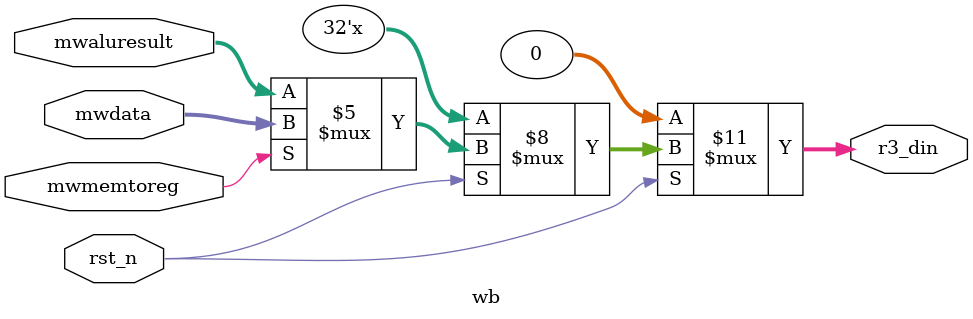
<source format=v>
`timescale 1ns / 1ps

module wb(
	input rst_n,
	input mwmemtoreg,
	input [31:0] mwaluresult,
	input [31:0] mwdata,
	output reg [31:0] r3_din
    );

initial r3_din=0;

always@(*)
begin
	if (~rst_n)
		r3_din=0;
	else if (mwmemtoreg)
		r3_din=mwdata;
	else
		r3_din=mwaluresult;
end

endmodule

</source>
